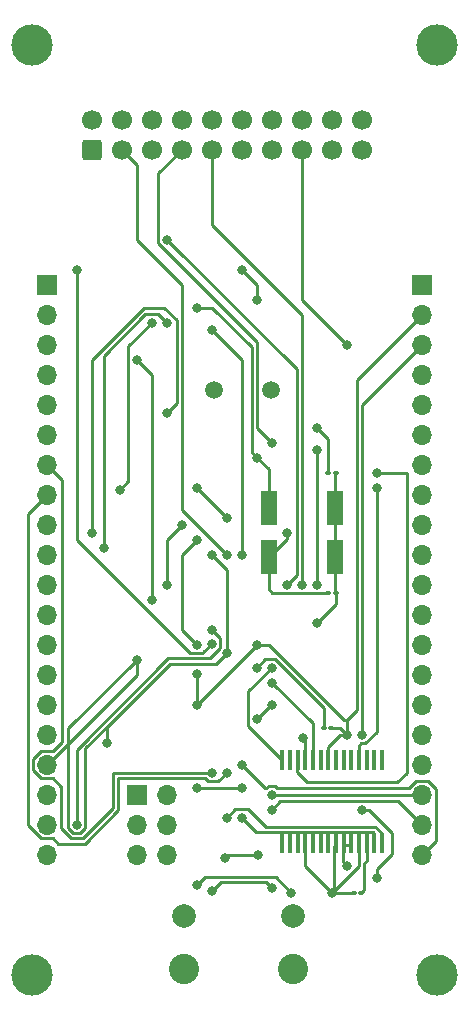
<source format=gbr>
%TF.GenerationSoftware,KiCad,Pcbnew,7.0.7*%
%TF.CreationDate,2023-09-22T09:56:36+09:00*%
%TF.ProjectId,STM32F103_dev_board,53544d33-3246-4313-9033-5f6465765f62,1.0*%
%TF.SameCoordinates,Original*%
%TF.FileFunction,Copper,L4,Bot*%
%TF.FilePolarity,Positive*%
%FSLAX46Y46*%
G04 Gerber Fmt 4.6, Leading zero omitted, Abs format (unit mm)*
G04 Created by KiCad (PCBNEW 7.0.7) date 2023-09-22 09:56:36*
%MOMM*%
%LPD*%
G01*
G04 APERTURE LIST*
G04 Aperture macros list*
%AMRoundRect*
0 Rectangle with rounded corners*
0 $1 Rounding radius*
0 $2 $3 $4 $5 $6 $7 $8 $9 X,Y pos of 4 corners*
0 Add a 4 corners polygon primitive as box body*
4,1,4,$2,$3,$4,$5,$6,$7,$8,$9,$2,$3,0*
0 Add four circle primitives for the rounded corners*
1,1,$1+$1,$2,$3*
1,1,$1+$1,$4,$5*
1,1,$1+$1,$6,$7*
1,1,$1+$1,$8,$9*
0 Add four rect primitives between the rounded corners*
20,1,$1+$1,$2,$3,$4,$5,0*
20,1,$1+$1,$4,$5,$6,$7,0*
20,1,$1+$1,$6,$7,$8,$9,0*
20,1,$1+$1,$8,$9,$2,$3,0*%
G04 Aperture macros list end*
%TA.AperFunction,ComponentPad*%
%ADD10C,2.000000*%
%TD*%
%TA.AperFunction,ComponentPad*%
%ADD11C,2.565000*%
%TD*%
%TA.AperFunction,SMDPad,CuDef*%
%ADD12R,0.450000X1.725000*%
%TD*%
%TA.AperFunction,ComponentPad*%
%ADD13C,3.500000*%
%TD*%
%TA.AperFunction,ComponentPad*%
%ADD14R,1.700000X1.700000*%
%TD*%
%TA.AperFunction,ComponentPad*%
%ADD15O,1.700000X1.700000*%
%TD*%
%TA.AperFunction,ComponentPad*%
%ADD16RoundRect,0.250000X0.600000X-0.600000X0.600000X0.600000X-0.600000X0.600000X-0.600000X-0.600000X0*%
%TD*%
%TA.AperFunction,ComponentPad*%
%ADD17C,1.700000*%
%TD*%
%TA.AperFunction,ComponentPad*%
%ADD18C,1.500000*%
%TD*%
%TA.AperFunction,SMDPad,CuDef*%
%ADD19RoundRect,0.100000X0.130000X0.100000X-0.130000X0.100000X-0.130000X-0.100000X0.130000X-0.100000X0*%
%TD*%
%TA.AperFunction,SMDPad,CuDef*%
%ADD20RoundRect,0.100000X-0.130000X-0.100000X0.130000X-0.100000X0.130000X0.100000X-0.130000X0.100000X0*%
%TD*%
%TA.AperFunction,SMDPad,CuDef*%
%ADD21R,1.430000X2.850000*%
%TD*%
%TA.AperFunction,ViaPad*%
%ADD22C,0.800000*%
%TD*%
%TA.AperFunction,Conductor*%
%ADD23C,0.250000*%
%TD*%
G04 APERTURE END LIST*
D10*
%TO.P,J6,MH3,MH3*%
%TO.N,/GND*%
X141148000Y-134057000D03*
%TO.P,J6,MH4,MH4*%
X150368000Y-134057000D03*
D11*
%TO.P,J6,MH5,MH5*%
X141148000Y-138557000D03*
%TO.P,J6,MH6,MH6*%
X150368000Y-138557000D03*
%TD*%
D12*
%TO.P,IC2,1,TXD*%
%TO.N,/PA10{slash}USART1_RX*%
X149478250Y-120865000D03*
%TO.P,IC2,2,DTR#*%
%TO.N,unconnected-(IC2-DTR#-Pad2)*%
X150128250Y-120865000D03*
%TO.P,IC2,3,RTS#*%
%TO.N,/PA12*%
X150778250Y-120865000D03*
%TO.P,IC2,4,VCCIO*%
%TO.N,/RESET*%
X151428250Y-120865000D03*
%TO.P,IC2,5,RXD*%
%TO.N,/PA9{slash}USART1_TX*%
X152078250Y-120865000D03*
%TO.P,IC2,6,RI#*%
%TO.N,unconnected-(IC2-RI#-Pad6)*%
X152728250Y-120865000D03*
%TO.P,IC2,7,GND_1*%
%TO.N,/GND*%
X153378250Y-120865000D03*
%TO.P,IC2,8,NC_1*%
%TO.N,unconnected-(IC2-NC_1-Pad8)*%
X154028250Y-120865000D03*
%TO.P,IC2,9,DSR#*%
%TO.N,unconnected-(IC2-DSR#-Pad9)*%
X154678250Y-120865000D03*
%TO.P,IC2,10,DCD#*%
%TO.N,unconnected-(IC2-DCD#-Pad10)*%
X155328250Y-120865000D03*
%TO.P,IC2,11,CTS#*%
%TO.N,/PA11*%
X155978250Y-120865000D03*
%TO.P,IC2,12,CBUS4*%
%TO.N,unconnected-(IC2-CBUS4-Pad12)*%
X156628250Y-120865000D03*
%TO.P,IC2,13,CBUS2*%
%TO.N,unconnected-(IC2-CBUS2-Pad13)*%
X157278250Y-120865000D03*
%TO.P,IC2,14,CBUS3*%
%TO.N,unconnected-(IC2-CBUS3-Pad14)*%
X157928250Y-120865000D03*
%TO.P,IC2,15,USBDP*%
%TO.N,/USBDP*%
X157928250Y-127889000D03*
%TO.P,IC2,16,USBDM*%
%TO.N,/USBDM*%
X157278250Y-127889000D03*
%TO.P,IC2,17,3V3OUT*%
%TO.N,Net-(IC2-3V3OUT)*%
X156628250Y-127889000D03*
%TO.P,IC2,18,GND_2*%
%TO.N,/GND*%
X155978250Y-127889000D03*
%TO.P,IC2,19,RESET#*%
%TO.N,/5V*%
X155328250Y-127889000D03*
%TO.P,IC2,20,VCC*%
X154678250Y-127889000D03*
%TO.P,IC2,21,GND_3*%
%TO.N,/GND*%
X154028250Y-127889000D03*
%TO.P,IC2,22,CBUS1*%
%TO.N,unconnected-(IC2-CBUS1-Pad22)*%
X153378250Y-127889000D03*
%TO.P,IC2,23,CBUS0*%
%TO.N,unconnected-(IC2-CBUS0-Pad23)*%
X152728250Y-127889000D03*
%TO.P,IC2,24,NC_2*%
%TO.N,unconnected-(IC2-NC_2-Pad24)*%
X152078250Y-127889000D03*
%TO.P,IC2,25,AGND*%
%TO.N,/GND*%
X151428250Y-127889000D03*
%TO.P,IC2,26,TEST*%
%TO.N,unconnected-(IC2-TEST-Pad26)*%
X150778250Y-127889000D03*
%TO.P,IC2,27,OSCI*%
%TO.N,unconnected-(IC2-OSCI-Pad27)*%
X150128250Y-127889000D03*
%TO.P,IC2,28,OSCO*%
%TO.N,unconnected-(IC2-OSCO-Pad28)*%
X149478250Y-127889000D03*
%TD*%
D13*
%TO.P,REF\u002A\u002A,1*%
%TO.N,/GND*%
X162560000Y-60270000D03*
%TD*%
%TO.P,REF\u002A\u002A,1*%
%TO.N,/GND*%
X128285913Y-139053348D03*
%TD*%
%TO.P,REF\u002A\u002A,1*%
%TO.N,/GND*%
X128270000Y-60270000D03*
%TD*%
D14*
%TO.P,J4,1,Pin_1*%
%TO.N,/RESET*%
X137155000Y-123785000D03*
D15*
%TO.P,J4,2,Pin_2*%
X139695000Y-123785000D03*
%TO.P,J4,3,Pin_3*%
%TO.N,Net-(J4-Pin_3)*%
X137155000Y-126325000D03*
%TO.P,J4,4,Pin_4*%
%TO.N,Net-(J4-Pin_4)*%
X139695000Y-126325000D03*
%TO.P,J4,5,Pin_5*%
%TO.N,/GND*%
X137155000Y-128865000D03*
%TO.P,J4,6,Pin_6*%
X139695000Y-128865000D03*
%TD*%
D16*
%TO.P,J1,1,VTREF*%
%TO.N,/RESET*%
X133350000Y-69160000D03*
D17*
%TO.P,J1,2,VCC/NC*%
X133350000Y-66620000D03*
%TO.P,J1,3,~{TRST}*%
%TO.N,/JNTRST*%
X135890000Y-69160000D03*
%TO.P,J1,4,GND*%
%TO.N,/GND*%
X135890000Y-66620000D03*
%TO.P,J1,5,TDI*%
%TO.N,/JTDI*%
X138430000Y-69160000D03*
%TO.P,J1,6,GND*%
%TO.N,/GND*%
X138430000Y-66620000D03*
%TO.P,J1,7,TMS/SWDIO*%
%TO.N,/JTMS{slash}SWDIO*%
X140970000Y-69160000D03*
%TO.P,J1,8,GND*%
%TO.N,/GND*%
X140970000Y-66620000D03*
%TO.P,J1,9,TCK/SWDCLK*%
%TO.N,/JTCK{slash}SWCLK*%
X143510000Y-69160000D03*
%TO.P,J1,10,GND*%
%TO.N,/GND*%
X143510000Y-66620000D03*
%TO.P,J1,11,RTCK*%
%TO.N,Net-(J1-RTCK)*%
X146050000Y-69160000D03*
%TO.P,J1,12,GND*%
%TO.N,/GND*%
X146050000Y-66620000D03*
%TO.P,J1,13,TDO/SWO*%
%TO.N,/JTDO*%
X148590000Y-69160000D03*
%TO.P,J1,14,GND*%
%TO.N,/GND*%
X148590000Y-66620000D03*
%TO.P,J1,15,~{SRST}*%
%TO.N,/RESET*%
X151130000Y-69160000D03*
%TO.P,J1,16,GND*%
%TO.N,/GND*%
X151130000Y-66620000D03*
%TO.P,J1,17,DBGRQ/NC*%
%TO.N,Net-(J1-DBGRQ{slash}NC)*%
X153670000Y-69160000D03*
%TO.P,J1,18,GND*%
%TO.N,/GND*%
X153670000Y-66620000D03*
%TO.P,J1,19,DBGACK/NC*%
%TO.N,Net-(J1-DBGACK{slash}NC)*%
X156210000Y-69160000D03*
%TO.P,J1,20,GND*%
%TO.N,/GND*%
X156210000Y-66620000D03*
%TD*%
D14*
%TO.P,J3,1,Pin_1*%
%TO.N,/RESET*%
X161290000Y-80590000D03*
D15*
%TO.P,J3,2,Pin_2*%
%TO.N,/GND*%
X161290000Y-83130000D03*
%TO.P,J3,3,Pin_3*%
%TO.N,/5V*%
X161290000Y-85670000D03*
%TO.P,J3,4,Pin_4*%
%TO.N,/PC12*%
X161290000Y-88210000D03*
%TO.P,J3,5,Pin_5*%
%TO.N,/PC11*%
X161290000Y-90750000D03*
%TO.P,J3,6,Pin_6*%
%TO.N,/PC10*%
X161290000Y-93290000D03*
%TO.P,J3,7,Pin_7*%
%TO.N,/PA10{slash}USART1_RX*%
X161290000Y-95830000D03*
%TO.P,J3,8,Pin_8*%
%TO.N,/PA9{slash}USART1_TX*%
X161290000Y-98370000D03*
%TO.P,J3,9,Pin_9*%
%TO.N,/PA8*%
X161290000Y-100910000D03*
%TO.P,J3,10,Pin_10*%
%TO.N,/PC9*%
X161290000Y-103450000D03*
%TO.P,J3,11,Pin_11*%
%TO.N,/PC8*%
X161290000Y-105990000D03*
%TO.P,J3,12,Pin_12*%
%TO.N,/PC7*%
X161290000Y-108530000D03*
%TO.P,J3,13,Pin_13*%
%TO.N,/PC6*%
X161290000Y-111070000D03*
%TO.P,J3,14,Pin_14*%
%TO.N,/PB15*%
X161290000Y-113610000D03*
%TO.P,J3,15,Pin_15*%
%TO.N,/PB14*%
X161290000Y-116150000D03*
%TO.P,J3,16,Pin_16*%
%TO.N,/PB13*%
X161290000Y-118690000D03*
%TO.P,J3,17,Pin_17*%
%TO.N,/PB12*%
X161290000Y-121230000D03*
%TO.P,J3,18,Pin_18*%
%TO.N,/PB11*%
X161290000Y-123770000D03*
%TO.P,J3,19,Pin_19*%
%TO.N,/PB10*%
X161290000Y-126310000D03*
%TO.P,J3,20,Pin_20*%
%TO.N,/PB1*%
X161290000Y-128850000D03*
%TD*%
D13*
%TO.P,REF\u002A\u002A,1*%
%TO.N,/GND*%
X162560000Y-139010000D03*
%TD*%
D18*
%TO.P,Y1,1,1*%
%TO.N,/OSC_OUT*%
X148550000Y-89480000D03*
%TO.P,Y1,2,2*%
%TO.N,/OSC_IN*%
X143670000Y-89480000D03*
%TD*%
D14*
%TO.P,J2,1,Pin_1*%
%TO.N,/VBAT*%
X129540000Y-80590000D03*
D15*
%TO.P,J2,2,Pin_2*%
%TO.N,/PB6*%
X129540000Y-83130000D03*
%TO.P,J2,3,Pin_3*%
%TO.N,/PB7*%
X129540000Y-85670000D03*
%TO.P,J2,4,Pin_4*%
%TO.N,/PB8*%
X129540000Y-88210000D03*
%TO.P,J2,5,Pin_5*%
%TO.N,/PB9*%
X129540000Y-90750000D03*
%TO.P,J2,6,Pin_6*%
%TO.N,/PC13*%
X129540000Y-93290000D03*
%TO.P,J2,7,Pin_7*%
%TO.N,/PA5*%
X129540000Y-95830000D03*
%TO.P,J2,8,Pin_8*%
%TO.N,/PA6*%
X129540000Y-98370000D03*
%TO.P,J2,9,Pin_9*%
%TO.N,/PC0*%
X129540000Y-100910000D03*
%TO.P,J2,10,Pin_10*%
%TO.N,/PC1*%
X129540000Y-103450000D03*
%TO.P,J2,11,Pin_11*%
%TO.N,/PC2*%
X129540000Y-105990000D03*
%TO.P,J2,12,Pin_12*%
%TO.N,/PC3*%
X129540000Y-108530000D03*
%TO.P,J2,13,Pin_13*%
%TO.N,/PA0*%
X129540000Y-111070000D03*
%TO.P,J2,14,Pin_14*%
%TO.N,/PA1*%
X129540000Y-113610000D03*
%TO.P,J2,15,Pin_15*%
%TO.N,/PA2*%
X129540000Y-116150000D03*
%TO.P,J2,16,Pin_16*%
%TO.N,/PA3*%
X129540000Y-118690000D03*
%TO.P,J2,17,Pin_17*%
%TO.N,/RESET*%
X129540000Y-121230000D03*
%TO.P,J2,18,Pin_18*%
X129540000Y-123770000D03*
%TO.P,J2,19,Pin_19*%
%TO.N,/GND*%
X129540000Y-126310000D03*
%TO.P,J2,20,Pin_20*%
X129540000Y-128850000D03*
%TD*%
D19*
%TO.P,C12,1*%
%TO.N,/GND*%
X153990000Y-106680000D03*
%TO.P,C12,2*%
%TO.N,/OSC32_OUT*%
X153350000Y-106680000D03*
%TD*%
D20*
%TO.P,C5,1*%
%TO.N,/GND*%
X155509000Y-132080000D03*
%TO.P,C5,2*%
%TO.N,Net-(IC2-3V3OUT)*%
X156149000Y-132080000D03*
%TD*%
D19*
%TO.P,C1,1*%
%TO.N,/GND*%
X153609000Y-118110000D03*
%TO.P,C1,2*%
%TO.N,/5V*%
X152969000Y-118110000D03*
%TD*%
D21*
%TO.P,Y2,1,1*%
%TO.N,/OSC32_IN*%
X148315000Y-99525000D03*
%TO.P,Y2,2,2*%
%TO.N,/GND*%
X153945000Y-99525000D03*
%TO.P,Y2,3,3*%
X153945000Y-103675000D03*
%TO.P,Y2,4,4*%
%TO.N,/OSC32_OUT*%
X148315000Y-103675000D03*
%TD*%
D19*
%TO.P,C11,1*%
%TO.N,/GND*%
X153990000Y-96520000D03*
%TO.P,C11,2*%
%TO.N,/OSC32_IN*%
X153350000Y-96520000D03*
%TD*%
D22*
%TO.N,/GND*%
X142240000Y-131445000D03*
X142240000Y-116150000D03*
X147320000Y-111070000D03*
X142218369Y-113562009D03*
X154940000Y-118690000D03*
X150241000Y-132080000D03*
X153670000Y-132080000D03*
X152400000Y-109220000D03*
X135722701Y-97957299D03*
X138430000Y-83820000D03*
%TO.N,/OSC_IN*%
X139700000Y-105990000D03*
X140970000Y-100910000D03*
%TO.N,/OSC_OUT*%
X142240000Y-102180000D03*
X142240000Y-111070000D03*
%TO.N,/5V*%
X143510000Y-131953000D03*
X156210000Y-118690000D03*
X156210000Y-125040000D03*
X147320000Y-113030000D03*
X157480000Y-130810000D03*
X154935701Y-129789701D03*
X148590000Y-131699000D03*
%TO.N,/JNTRST*%
X144780000Y-103450000D03*
%TO.N,/JTDI*%
X139700000Y-76780000D03*
X149860000Y-105990000D03*
%TO.N,/JTMS{slash}SWDIO*%
X148590000Y-93980000D03*
X152400000Y-105990000D03*
X152400000Y-94560000D03*
%TO.N,/JTCK{slash}SWCLK*%
X151130000Y-105990000D03*
%TO.N,/JTDO*%
X143510000Y-84400000D03*
X146050000Y-79320000D03*
X146050000Y-103450000D03*
X147320000Y-81860000D03*
%TO.N,/VBAT*%
X137160000Y-86940000D03*
X138430000Y-107260000D03*
%TO.N,/PB10*%
X148590000Y-125040000D03*
%TO.N,/PB11*%
X148590000Y-123770000D03*
%TO.N,/RESET*%
X148590000Y-116150000D03*
X143510000Y-103450000D03*
X134620000Y-119380000D03*
X137160000Y-112340000D03*
X147320000Y-117348000D03*
X144824341Y-111791705D03*
X151257000Y-118999000D03*
X154940000Y-85670000D03*
X132080000Y-79320000D03*
X143510000Y-110998000D03*
%TO.N,/PA4*%
X142240000Y-123190000D03*
X146050000Y-123190000D03*
%TO.N,/PA5*%
X143510000Y-121920000D03*
%TO.N,/PA6*%
X144780000Y-121920000D03*
%TO.N,/PA10{slash}USART1_RX*%
X148590000Y-113030000D03*
%TO.N,/PB1*%
X146050000Y-121230000D03*
%TO.N,Net-(J6-CC1)*%
X144653000Y-129159000D03*
X147447000Y-128905000D03*
%TO.N,/BOOT0*%
X143510000Y-109800000D03*
X132080000Y-126310000D03*
%TO.N,/USBDM*%
X146050000Y-125730000D03*
%TO.N,/USBDP*%
X144780000Y-125730000D03*
%TO.N,/OSC32_IN*%
X147320000Y-95250000D03*
X142240000Y-82550000D03*
X139700000Y-83820000D03*
X152400000Y-92710000D03*
X134345500Y-102870000D03*
%TO.N,/OSC32_OUT*%
X149860000Y-101600000D03*
X139700000Y-91440000D03*
X142240000Y-97790000D03*
X133350000Y-101600000D03*
X144780000Y-100330000D03*
%TO.N,/PA9{slash}USART1_TX*%
X148590000Y-114300000D03*
%TO.N,/PA11*%
X157480000Y-97790000D03*
%TO.N,/PA12*%
X157480000Y-96520000D03*
%TD*%
D23*
%TO.N,/GND*%
X155760000Y-116600000D02*
X154940000Y-117420000D01*
X151395000Y-129805000D02*
X153670000Y-132080000D01*
X153670000Y-132080000D02*
X155545000Y-132080000D01*
X153345000Y-120885000D02*
X153345000Y-119705000D01*
X153990000Y-107630000D02*
X153990000Y-106680000D01*
X136435000Y-97245000D02*
X136435000Y-85815000D01*
X142218369Y-113562009D02*
X142218369Y-116128369D01*
X155945000Y-129805000D02*
X153670000Y-132080000D01*
X148345305Y-111070000D02*
X154695305Y-117420000D01*
X153345000Y-119705000D02*
X154360000Y-118690000D01*
X153895000Y-128135000D02*
X153895000Y-131855000D01*
X153945000Y-96565000D02*
X153945000Y-99525000D01*
X152400000Y-109220000D02*
X153990000Y-107630000D01*
X151395000Y-128060000D02*
X151395000Y-129805000D01*
X150241000Y-132080000D02*
X148902000Y-130741000D01*
X153645000Y-118110000D02*
X154360000Y-118110000D01*
X161290000Y-83130000D02*
X155760000Y-88660000D01*
X153945000Y-106635000D02*
X153990000Y-106680000D01*
X154695305Y-117420000D02*
X154940000Y-117420000D01*
X155760000Y-88660000D02*
X155760000Y-116600000D01*
X148902000Y-130741000D02*
X142944000Y-130741000D01*
X153995000Y-128035000D02*
X153895000Y-128135000D01*
X142218369Y-116128369D02*
X142240000Y-116150000D01*
X136435000Y-85815000D02*
X138430000Y-83820000D01*
X153945000Y-103675000D02*
X153945000Y-99525000D01*
X153990000Y-96520000D02*
X153945000Y-96565000D01*
X147320000Y-111070000D02*
X148345305Y-111070000D01*
X154360000Y-118110000D02*
X154940000Y-118690000D01*
X142944000Y-130741000D02*
X142240000Y-131445000D01*
X153895000Y-131855000D02*
X153670000Y-132080000D01*
X154940000Y-117420000D02*
X154940000Y-118690000D01*
X135722701Y-97957299D02*
X136435000Y-97245000D01*
X155945000Y-128035000D02*
X155945000Y-129805000D01*
X154360000Y-118690000D02*
X154940000Y-118690000D01*
X153945000Y-103675000D02*
X153945000Y-106635000D01*
X147320000Y-111070000D02*
X142240000Y-116150000D01*
%TO.N,/OSC_IN*%
X139700000Y-102180000D02*
X139700000Y-105990000D01*
X140970000Y-100910000D02*
X139700000Y-102180000D01*
%TO.N,/OSC_OUT*%
X140970000Y-103450000D02*
X140970000Y-109800000D01*
X140970000Y-109800000D02*
X142240000Y-111070000D01*
X142240000Y-102180000D02*
X140970000Y-103450000D01*
%TO.N,/5V*%
X158750000Y-127000000D02*
X156790000Y-125040000D01*
X148082000Y-131191000D02*
X148590000Y-131699000D01*
X144272000Y-131191000D02*
X148082000Y-131191000D01*
X156790000Y-125040000D02*
X156210000Y-125040000D01*
X143510000Y-131953000D02*
X144272000Y-131191000D01*
X157480000Y-130810000D02*
X157480000Y-130075000D01*
X154645000Y-129499000D02*
X154645000Y-128060000D01*
X154935701Y-129789701D02*
X154645000Y-129499000D01*
X153005000Y-116419695D02*
X148890305Y-112305000D01*
X156210000Y-90750000D02*
X156210000Y-118690000D01*
X157480000Y-130075000D02*
X158750000Y-128805000D01*
X158750000Y-128805000D02*
X158750000Y-127000000D01*
X154645000Y-128060000D02*
X155295000Y-128060000D01*
X153005000Y-118110000D02*
X153005000Y-116419695D01*
X161290000Y-85670000D02*
X156210000Y-90750000D01*
X148890305Y-112305000D02*
X148045000Y-112305000D01*
X148045000Y-112305000D02*
X147320000Y-113030000D01*
%TO.N,/JNTRST*%
X144780000Y-103450000D02*
X140970000Y-99640000D01*
X140970000Y-99640000D02*
X140970000Y-80590000D01*
X140970000Y-80590000D02*
X137160000Y-76780000D01*
X137160000Y-70430000D02*
X135890000Y-69160000D01*
X137160000Y-76780000D02*
X137160000Y-70430000D01*
%TO.N,/JTDI*%
X150680000Y-87760000D02*
X150680000Y-105170000D01*
X139700000Y-76780000D02*
X150680000Y-87760000D01*
X150680000Y-105170000D02*
X149860000Y-105990000D01*
%TO.N,/JTMS{slash}SWDIO*%
X148590000Y-93980000D02*
X147320000Y-92710000D01*
X147320000Y-85425305D02*
X138975000Y-77080305D01*
X147320000Y-92710000D02*
X147320000Y-85425305D01*
X138975000Y-77080305D02*
X138975000Y-71155000D01*
X152400000Y-94560000D02*
X152400000Y-105990000D01*
X138975000Y-71155000D02*
X140970000Y-69160000D01*
%TO.N,/JTCK{slash}SWCLK*%
X143510000Y-75510000D02*
X151130000Y-83130000D01*
X143510000Y-69160000D02*
X143510000Y-75510000D01*
X151130000Y-83130000D02*
X151130000Y-105990000D01*
%TO.N,/JTDO*%
X147320000Y-81860000D02*
X147320000Y-80590000D01*
X147320000Y-80590000D02*
X146050000Y-79320000D01*
X146050000Y-86940000D02*
X146050000Y-103450000D01*
X143510000Y-84400000D02*
X146050000Y-86940000D01*
%TO.N,/VBAT*%
X137160000Y-86940000D02*
X138430000Y-88210000D01*
X138430000Y-88210000D02*
X138430000Y-107260000D01*
%TO.N,/PB10*%
X148590000Y-125040000D02*
X149315000Y-124315000D01*
X149315000Y-124315000D02*
X159295000Y-124315000D01*
X159295000Y-124315000D02*
X161290000Y-126310000D01*
%TO.N,/PB11*%
X148590000Y-123770000D02*
X161290000Y-123770000D01*
%TO.N,/RESET*%
X148590000Y-116150000D02*
X148518000Y-116150000D01*
X134593198Y-118083198D02*
X132805000Y-119871396D01*
X154940000Y-85670000D02*
X151130000Y-81860000D01*
X147320000Y-117420000D02*
X147320000Y-117348000D01*
X132380305Y-127035000D02*
X131779695Y-127035000D01*
X147320000Y-117348000D02*
X147392000Y-117348000D01*
X134620000Y-118110000D02*
X134620000Y-119380000D01*
X132805000Y-126610305D02*
X132380305Y-127035000D01*
X144811705Y-111791705D02*
X144824341Y-111791705D01*
X137160000Y-113610000D02*
X129540000Y-121230000D01*
X151130000Y-81860000D02*
X151130000Y-69160000D01*
X141695000Y-111795000D02*
X132080000Y-102180000D01*
X142785000Y-111723000D02*
X143510000Y-110998000D01*
X143510000Y-103450000D02*
X144780000Y-104720000D01*
X142785000Y-111795000D02*
X141695000Y-111795000D01*
X131355000Y-126610305D02*
X131355000Y-118145000D01*
X139981396Y-112695000D02*
X134593198Y-118083198D01*
X134593198Y-118083198D02*
X134620000Y-118110000D01*
X144780000Y-111760000D02*
X143845000Y-112695000D01*
X132080000Y-102180000D02*
X132080000Y-79320000D01*
X131355000Y-118145000D02*
X137160000Y-112340000D01*
X137160000Y-112340000D02*
X137160000Y-113610000D01*
X147320000Y-117420000D02*
X147320000Y-117420000D01*
X151257000Y-118999000D02*
X151428250Y-119170250D01*
X144780000Y-111760000D02*
X144811705Y-111791705D01*
X148518000Y-116150000D02*
X147320000Y-117348000D01*
X151428250Y-119170250D02*
X151428250Y-120865000D01*
X143845000Y-112695000D02*
X139981396Y-112695000D01*
X142785000Y-111795000D02*
X142785000Y-111723000D01*
X144780000Y-104720000D02*
X144780000Y-111760000D01*
X131779695Y-127035000D02*
X131355000Y-126610305D01*
X132805000Y-119871396D02*
X132805000Y-126610305D01*
%TO.N,/PA4*%
X146050000Y-123190000D02*
X142240000Y-123190000D01*
%TO.N,/PA5*%
X130810000Y-119323604D02*
X130810000Y-97100000D01*
X135117208Y-121920000D02*
X135117208Y-124934493D01*
X135117208Y-124934493D02*
X132566701Y-127485000D01*
X129053299Y-120055000D02*
X130078604Y-120055000D01*
X129053299Y-122405000D02*
X128365000Y-121716701D01*
X130078604Y-120055000D02*
X130810000Y-119323604D01*
X128365000Y-121716701D02*
X128365000Y-120743299D01*
X130715000Y-126606701D02*
X130715000Y-123093299D01*
X130715000Y-123093299D02*
X130026701Y-122405000D01*
X132566701Y-127485000D02*
X131593299Y-127485000D01*
X130810000Y-97100000D02*
X129540000Y-95830000D01*
X131593299Y-127485000D02*
X130715000Y-126606701D01*
X143510000Y-121920000D02*
X135117208Y-121920000D01*
X128365000Y-120743299D02*
X129053299Y-120055000D01*
X130026701Y-122405000D02*
X129053299Y-122405000D01*
%TO.N,/PA6*%
X135567208Y-122370000D02*
X135567208Y-125120889D01*
X135567208Y-125120889D02*
X132753097Y-127935000D01*
X132753097Y-127935000D02*
X130476701Y-127935000D01*
X130476701Y-127935000D02*
X130026701Y-127485000D01*
X127915000Y-99995000D02*
X129540000Y-98370000D01*
X144055000Y-122645000D02*
X143209695Y-122645000D01*
X143209695Y-122645000D02*
X142934695Y-122370000D01*
X142934695Y-122370000D02*
X135567208Y-122370000D01*
X130026701Y-127485000D02*
X129053299Y-127485000D01*
X144780000Y-121920000D02*
X144055000Y-122645000D01*
X127915000Y-126346701D02*
X127915000Y-99995000D01*
X129053299Y-127485000D02*
X127915000Y-126346701D01*
%TO.N,/PA10{slash}USART1_RX*%
X146595000Y-118010000D02*
X146595000Y-115025000D01*
X146595000Y-115025000D02*
X148590000Y-113030000D01*
X149445000Y-120860000D02*
X146595000Y-118010000D01*
%TO.N,/PB1*%
X148144695Y-123190000D02*
X148289695Y-123045000D01*
X161776701Y-122595000D02*
X162465000Y-123283299D01*
X160803299Y-122595000D02*
X161776701Y-122595000D01*
X149035305Y-123190000D02*
X160208299Y-123190000D01*
X148289695Y-123045000D02*
X148890305Y-123045000D01*
X148890305Y-123045000D02*
X149035305Y-123190000D01*
X160208299Y-123190000D02*
X160803299Y-122595000D01*
X146050000Y-121230000D02*
X148010000Y-123190000D01*
X162465000Y-127675000D02*
X161290000Y-128850000D01*
X148010000Y-123190000D02*
X148144695Y-123190000D01*
X162465000Y-123283299D02*
X162465000Y-127675000D01*
%TO.N,Net-(J6-CC1)*%
X144907000Y-128905000D02*
X144653000Y-129159000D01*
X147447000Y-128905000D02*
X144907000Y-128905000D01*
%TO.N,/BOOT0*%
X143360305Y-112245000D02*
X139795000Y-112245000D01*
X139795000Y-112245000D02*
X132080000Y-119960000D01*
X132080000Y-119960000D02*
X132080000Y-126310000D01*
X144235000Y-111370305D02*
X143360305Y-112245000D01*
X144235000Y-110525000D02*
X144235000Y-111370305D01*
X143510000Y-109800000D02*
X144235000Y-110525000D01*
%TO.N,/USBDM*%
X157245000Y-127035000D02*
X157170000Y-126960000D01*
X157170000Y-126960000D02*
X147280000Y-126960000D01*
X147280000Y-126960000D02*
X146050000Y-125730000D01*
X157245000Y-128035000D02*
X157245000Y-127035000D01*
%TO.N,/USBDP*%
X148100000Y-126510000D02*
X157356396Y-126510000D01*
X157356396Y-126510000D02*
X157895000Y-127048604D01*
X144780000Y-125730000D02*
X145505000Y-125005000D01*
X146595000Y-125005000D02*
X148100000Y-126510000D01*
X145505000Y-125005000D02*
X146595000Y-125005000D01*
X157895000Y-127048604D02*
X157895000Y-128035000D01*
%TO.N,/OSC32_IN*%
X146870000Y-85910000D02*
X143510000Y-82550000D01*
X147320000Y-95250000D02*
X148315000Y-96245000D01*
X138975000Y-83095000D02*
X137885000Y-83095000D01*
X153350000Y-96520000D02*
X153350000Y-93660000D01*
X153350000Y-93660000D02*
X152400000Y-92710000D01*
X143510000Y-82550000D02*
X142240000Y-82550000D01*
X148315000Y-96245000D02*
X148315000Y-99525000D01*
X137885000Y-83095000D02*
X134345500Y-86634500D01*
X147320000Y-95250000D02*
X146870000Y-94800000D01*
X134345500Y-86634500D02*
X134345500Y-102870000D01*
X139700000Y-83820000D02*
X138975000Y-83095000D01*
X146870000Y-94800000D02*
X146870000Y-85910000D01*
%TO.N,/OSC32_OUT*%
X149860000Y-102130000D02*
X149860000Y-101600000D01*
X139455305Y-82550000D02*
X140520000Y-83614695D01*
X148315000Y-103675000D02*
X149860000Y-102130000D01*
X153315000Y-106715000D02*
X153350000Y-106680000D01*
X148315000Y-106405000D02*
X148625000Y-106715000D01*
X137793604Y-82550000D02*
X139455305Y-82550000D01*
X140520000Y-90620000D02*
X139700000Y-91440000D01*
X133350000Y-86993604D02*
X137793604Y-82550000D01*
X142240000Y-97790000D02*
X144780000Y-100330000D01*
X148315000Y-103675000D02*
X148315000Y-106405000D01*
X133350000Y-101600000D02*
X133350000Y-86993604D01*
X140520000Y-83614695D02*
X140520000Y-90620000D01*
X148625000Y-106715000D02*
X153315000Y-106715000D01*
%TO.N,/PA9{slash}USART1_TX*%
X148590000Y-114300000D02*
X152045000Y-117755000D01*
X152045000Y-117755000D02*
X152045000Y-120860000D01*
%TO.N,/PA11*%
X157480000Y-118445305D02*
X157480000Y-97790000D01*
X156175000Y-119415000D02*
X156510305Y-119415000D01*
X155945000Y-120885000D02*
X155945000Y-119645000D01*
X156510305Y-119415000D02*
X157480000Y-118445305D01*
X155945000Y-119645000D02*
X156175000Y-119415000D01*
%TO.N,/PA12*%
X151600000Y-122740000D02*
X159200000Y-122740000D01*
X160020000Y-96520000D02*
X157480000Y-96520000D01*
X160020000Y-121920000D02*
X160020000Y-96520000D01*
X159200000Y-122740000D02*
X160020000Y-121920000D01*
X150745000Y-120885000D02*
X150745000Y-121885000D01*
X150745000Y-121885000D02*
X151600000Y-122740000D01*
%TO.N,Net-(IC2-3V3OUT)*%
X156149000Y-132080000D02*
X156395000Y-131834000D01*
X156395000Y-129609000D02*
X156628250Y-129375750D01*
X156628250Y-129375750D02*
X156628250Y-127889000D01*
X156395000Y-131834000D02*
X156395000Y-129609000D01*
%TD*%
M02*

</source>
